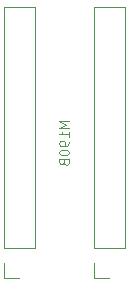
<source format=gbo>
%TF.GenerationSoftware,KiCad,Pcbnew,(5.1.7)-1*%
%TF.CreationDate,2022-11-29T10:47:03+01:00*%
%TF.ProjectId,M190B,4d313930-422e-46b6-9963-61645f706362,rev?*%
%TF.SameCoordinates,Original*%
%TF.FileFunction,Legend,Bot*%
%TF.FilePolarity,Positive*%
%FSLAX46Y46*%
G04 Gerber Fmt 4.6, Leading zero omitted, Abs format (unit mm)*
G04 Created by KiCad (PCBNEW (5.1.7)-1) date 2022-11-29 10:47:03*
%MOMM*%
%LPD*%
G01*
G04 APERTURE LIST*
%ADD10C,0.125000*%
%ADD11C,0.120000*%
%ADD12C,1.700000*%
%ADD13O,1.700000X1.700000*%
%ADD14R,1.700000X1.700000*%
G04 APERTURE END LIST*
D10*
X108311904Y-122630476D02*
X107511904Y-122630476D01*
X108083333Y-122897142D01*
X107511904Y-123163809D01*
X108311904Y-123163809D01*
X108311904Y-123963809D02*
X108311904Y-123506666D01*
X108311904Y-123735238D02*
X107511904Y-123735238D01*
X107626190Y-123659047D01*
X107702380Y-123582857D01*
X107740476Y-123506666D01*
X108311904Y-124344761D02*
X108311904Y-124497142D01*
X108273809Y-124573333D01*
X108235714Y-124611428D01*
X108121428Y-124687619D01*
X107969047Y-124725714D01*
X107664285Y-124725714D01*
X107588095Y-124687619D01*
X107550000Y-124649523D01*
X107511904Y-124573333D01*
X107511904Y-124420952D01*
X107550000Y-124344761D01*
X107588095Y-124306666D01*
X107664285Y-124268571D01*
X107854761Y-124268571D01*
X107930952Y-124306666D01*
X107969047Y-124344761D01*
X108007142Y-124420952D01*
X108007142Y-124573333D01*
X107969047Y-124649523D01*
X107930952Y-124687619D01*
X107854761Y-124725714D01*
X107511904Y-125220952D02*
X107511904Y-125297142D01*
X107550000Y-125373333D01*
X107588095Y-125411428D01*
X107664285Y-125449523D01*
X107816666Y-125487619D01*
X108007142Y-125487619D01*
X108159523Y-125449523D01*
X108235714Y-125411428D01*
X108273809Y-125373333D01*
X108311904Y-125297142D01*
X108311904Y-125220952D01*
X108273809Y-125144761D01*
X108235714Y-125106666D01*
X108159523Y-125068571D01*
X108007142Y-125030476D01*
X107816666Y-125030476D01*
X107664285Y-125068571D01*
X107588095Y-125106666D01*
X107550000Y-125144761D01*
X107511904Y-125220952D01*
X107892857Y-126097142D02*
X107930952Y-126211428D01*
X107969047Y-126249523D01*
X108045238Y-126287619D01*
X108159523Y-126287619D01*
X108235714Y-126249523D01*
X108273809Y-126211428D01*
X108311904Y-126135238D01*
X108311904Y-125830476D01*
X107511904Y-125830476D01*
X107511904Y-126097142D01*
X107550000Y-126173333D01*
X107588095Y-126211428D01*
X107664285Y-126249523D01*
X107740476Y-126249523D01*
X107816666Y-126211428D01*
X107854761Y-126173333D01*
X107892857Y-126097142D01*
X107892857Y-125830476D01*
D11*
%TO.C,J5*%
X110430000Y-135930000D02*
X111760000Y-135930000D01*
X110430000Y-134600000D02*
X110430000Y-135930000D01*
X110430000Y-133330000D02*
X113090000Y-133330000D01*
X113090000Y-133330000D02*
X113090000Y-112950000D01*
X110430000Y-133330000D02*
X110430000Y-112950000D01*
X110430000Y-112950000D02*
X113090000Y-112950000D01*
%TO.C,J3*%
X102810000Y-135930000D02*
X104140000Y-135930000D01*
X102810000Y-134600000D02*
X102810000Y-135930000D01*
X102810000Y-133330000D02*
X105470000Y-133330000D01*
X105470000Y-133330000D02*
X105470000Y-112950000D01*
X102810000Y-133330000D02*
X102810000Y-112950000D01*
X102810000Y-112950000D02*
X105470000Y-112950000D01*
%TD*%
%LPC*%
D12*
%TO.C,J4*%
X107950000Y-115000000D03*
D13*
X107950000Y-117540000D03*
X107950000Y-120080000D03*
%TD*%
D14*
%TO.C,J5*%
X111760000Y-134600000D03*
D13*
X111760000Y-132060000D03*
X111760000Y-129520000D03*
X111760000Y-126980000D03*
X111760000Y-124440000D03*
X111760000Y-121900000D03*
X111760000Y-119360000D03*
X111760000Y-116820000D03*
X111760000Y-114280000D03*
%TD*%
D12*
%TO.C,J3*%
X104140000Y-134600000D03*
D13*
X104140000Y-132060000D03*
X104140000Y-129520000D03*
X104140000Y-126980000D03*
X104140000Y-124440000D03*
X104140000Y-121900000D03*
X104140000Y-119360000D03*
X104140000Y-116820000D03*
X104140000Y-114280000D03*
%TD*%
M02*

</source>
